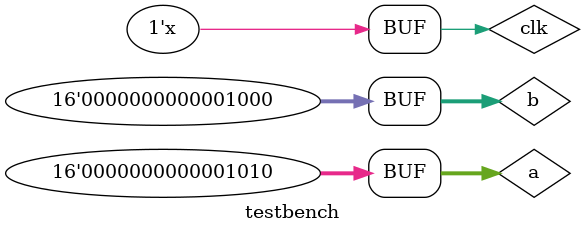
<source format=v>
module testbench();
       reg clk=0;
       reg [15:0] a=10;
       reg [15:0] b=8;
       reg rst=1;
       reg go=0;
       wire done;
       wire [15:0] ans;
       
       always#10 clk=~clk;
       gcd u3(.clk(clk),
              .rst(rst),
              .go(go),
              .a(a),
              .b(b),
              .done(done),
              .ans(ans));
        always@(posedge clk)
        begin
        #10 rst<=0;
        #10 go<=1;
        end
              
endmodule

</source>
